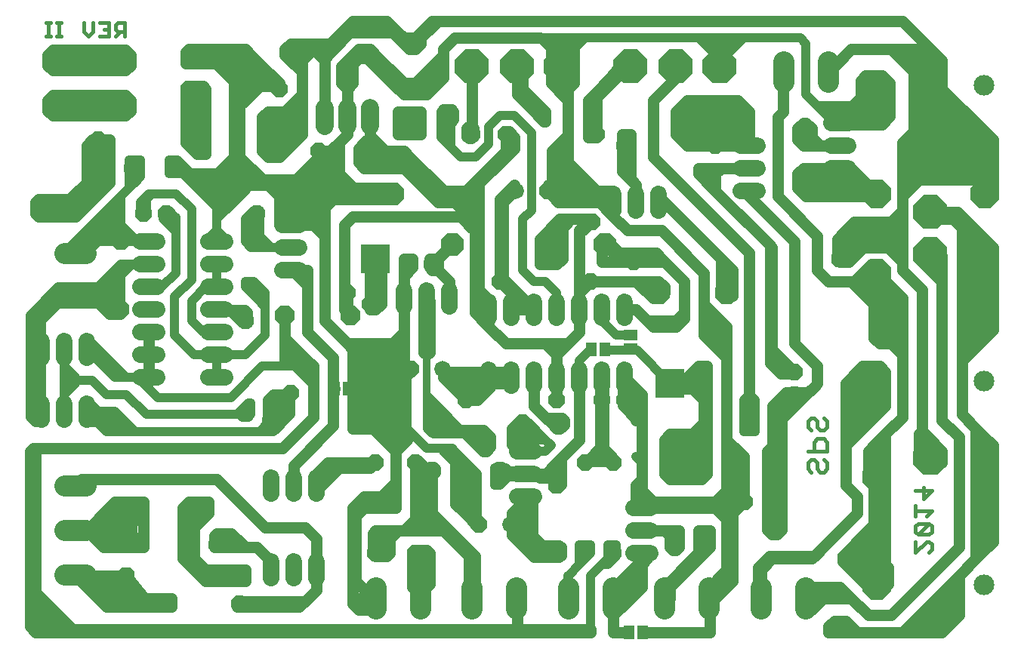
<source format=gbr>
G75*
G70*
%OFA0B0*%
%FSLAX24Y24*%
%IPPOS*%
%LPD*%
%AMOC8*
5,1,8,0,0,1.08239X$1,22.5*
%
%ADD10C,0.0180*%
%ADD11C,0.0150*%
%ADD12R,0.1000X0.1500*%
%ADD13R,0.2250X0.3500*%
%ADD14C,0.0920*%
%ADD15C,0.0720*%
%ADD16OC8,0.0720*%
%ADD17C,0.0720*%
%ADD18C,0.0872*%
%ADD19C,0.0833*%
%ADD20C,0.0840*%
%ADD21OC8,0.0760*%
%ADD22R,0.1280X0.1280*%
%ADD23OC8,0.1000*%
%ADD24C,0.0912*%
%ADD25C,0.0800*%
%ADD26R,0.0460X0.0630*%
%ADD27R,0.0630X0.0460*%
%ADD28C,0.1000*%
%ADD29C,0.0500*%
%ADD30C,0.0400*%
%ADD31C,0.0700*%
%ADD32OC8,0.0860*%
%ADD33C,0.0320*%
%ADD34OC8,0.1250*%
%ADD35OC8,0.1500*%
D10*
X041520Y019108D02*
X041657Y018971D01*
X041520Y019108D02*
X041520Y019381D01*
X041657Y019518D01*
X041794Y019518D01*
X041930Y019381D01*
X041930Y019108D01*
X042067Y018971D01*
X042204Y018971D01*
X042341Y019108D01*
X042341Y019381D01*
X042204Y019518D01*
X042341Y019892D02*
X041520Y019892D01*
X041794Y019892D02*
X041794Y020302D01*
X041930Y020439D01*
X042204Y020439D01*
X042341Y020302D01*
X042341Y019892D01*
X042204Y020813D02*
X042067Y020813D01*
X041930Y020949D01*
X041930Y021223D01*
X041794Y021360D01*
X041657Y021360D01*
X041520Y021223D01*
X041520Y020949D01*
X041657Y020813D01*
X042204Y020813D02*
X042341Y020949D01*
X042341Y021223D01*
X042204Y021360D01*
X011340Y038233D02*
X011340Y038814D01*
X011050Y038814D01*
X010953Y038717D01*
X010953Y038524D01*
X011050Y038427D01*
X011340Y038427D01*
X011147Y038427D02*
X010953Y038233D01*
X010640Y038233D02*
X010253Y038233D01*
X010447Y038524D02*
X010640Y038524D01*
X010640Y038814D02*
X010640Y038233D01*
X010640Y038814D02*
X010253Y038814D01*
X009940Y038814D02*
X009940Y038427D01*
X009747Y038233D01*
X009553Y038427D01*
X009553Y038814D01*
X008541Y038814D02*
X008347Y038814D01*
X008444Y038814D02*
X008444Y038233D01*
X008541Y038233D02*
X008347Y038233D01*
X008074Y038233D02*
X007881Y038233D01*
X007978Y038233D02*
X007978Y038814D01*
X008074Y038814D02*
X007881Y038814D01*
D11*
X046270Y018157D02*
X046981Y018157D01*
X046625Y017801D01*
X046625Y018275D01*
X046270Y017483D02*
X046270Y017010D01*
X046270Y017246D02*
X046981Y017246D01*
X046744Y017010D01*
X046862Y016691D02*
X046388Y016691D01*
X046270Y016573D01*
X046270Y016336D01*
X046388Y016218D01*
X046862Y016691D01*
X046981Y016573D01*
X046981Y016336D01*
X046862Y016218D01*
X046388Y016218D01*
X046270Y015900D02*
X046270Y015426D01*
X046744Y015900D01*
X046862Y015900D01*
X046981Y015781D01*
X046981Y015544D01*
X046862Y015426D01*
D12*
X011430Y016643D03*
D13*
X022555Y022893D03*
D14*
X022440Y013853D02*
X022440Y012933D01*
X024420Y012933D02*
X024420Y013853D01*
X026690Y013853D02*
X026690Y012933D01*
X028670Y012933D02*
X028670Y013853D01*
X030940Y013853D02*
X030940Y012933D01*
X032920Y012933D02*
X032920Y013853D01*
X035190Y013853D02*
X035190Y012933D01*
X037170Y012933D02*
X037170Y013853D01*
X039440Y013853D02*
X039440Y012933D01*
X041420Y012933D02*
X041420Y013853D01*
X009640Y014423D02*
X008720Y014423D01*
X008720Y016393D02*
X009640Y016393D01*
X009640Y018363D02*
X008720Y018363D01*
X008720Y026653D02*
X009640Y026653D01*
X009640Y028633D02*
X008720Y028633D01*
X008720Y035153D02*
X009640Y035153D01*
X009640Y037133D02*
X008720Y037133D01*
X040440Y037103D02*
X040440Y036183D01*
X042420Y036183D02*
X042420Y037103D01*
D15*
X028605Y031393D03*
X020230Y037393D03*
X014180Y035143D03*
X018680Y023843D03*
X025380Y023518D03*
X028380Y016643D03*
X040130Y017643D03*
D16*
X038730Y017643D03*
X036930Y015643D03*
X035680Y015643D03*
X032930Y015393D03*
X031680Y015393D03*
X026980Y016643D03*
X024180Y015393D03*
X022430Y015393D03*
X022430Y019393D03*
X023305Y020143D03*
X024180Y019393D03*
X024930Y021143D03*
X026430Y022143D03*
X023980Y023518D03*
X022180Y022393D03*
X018680Y022443D03*
X016680Y021643D03*
X016680Y025643D03*
X017180Y026893D03*
X021180Y026893D03*
X022180Y026393D03*
X023930Y028143D03*
X024930Y028143D03*
X026680Y029893D03*
X029805Y028268D03*
X027930Y027393D03*
X031930Y027393D03*
X033805Y028268D03*
X031993Y030018D03*
X031993Y031018D03*
X030005Y031393D03*
X028180Y033893D03*
X026680Y033893D03*
X025743Y034706D03*
X024180Y035893D03*
X021630Y037393D03*
X024180Y037893D03*
X018680Y037393D03*
X018180Y035893D03*
X016680Y037393D03*
X014180Y037143D03*
X014180Y035893D03*
X011180Y035143D03*
X010180Y033643D03*
X011680Y032393D03*
X013680Y032393D03*
X014180Y033643D03*
X013180Y030393D03*
X012180Y030393D03*
X008180Y030393D03*
X017180Y030393D03*
X019930Y033143D03*
X021930Y033143D03*
X029743Y034706D03*
X032180Y033893D03*
X033430Y033393D03*
X037430Y033393D03*
X037430Y034143D03*
X041430Y034143D03*
X040930Y023393D03*
X040930Y022393D03*
X036930Y022393D03*
X036930Y023393D03*
X033430Y022143D03*
X032430Y022143D03*
X030430Y022143D03*
X028930Y021143D03*
X027305Y020143D03*
X031680Y019393D03*
X032930Y019393D03*
X035680Y019643D03*
X036930Y019643D03*
X016430Y013143D03*
X015430Y015768D03*
X012430Y013143D03*
X011430Y015768D03*
X010930Y021393D03*
X010930Y023393D03*
X011180Y037143D03*
D17*
X018320Y029893D02*
X019040Y029893D01*
X019040Y028893D02*
X018320Y028893D01*
X018320Y027893D02*
X019040Y027893D01*
X015790Y028143D02*
X015070Y028143D01*
X015070Y027143D02*
X015790Y027143D01*
X015790Y026143D02*
X015070Y026143D01*
X015070Y025143D02*
X015790Y025143D01*
X015790Y024143D02*
X015070Y024143D01*
X015070Y023143D02*
X015790Y023143D01*
X012790Y023143D02*
X012070Y023143D01*
X012070Y024143D02*
X012790Y024143D01*
X012790Y025143D02*
X012070Y025143D01*
X012070Y026143D02*
X012790Y026143D01*
X012790Y027143D02*
X012070Y027143D01*
X012070Y028143D02*
X012790Y028143D01*
X012790Y029143D02*
X012070Y029143D01*
X015070Y029143D02*
X015790Y029143D01*
X009680Y024753D02*
X009680Y024033D01*
X008680Y024033D02*
X008680Y024753D01*
X007680Y024753D02*
X007680Y024033D01*
X007680Y022003D02*
X007680Y021283D01*
X008680Y021283D02*
X008680Y022003D01*
X009680Y022003D02*
X009680Y021283D01*
X017805Y018738D02*
X017805Y018018D01*
X018805Y018018D02*
X018805Y018738D01*
X019805Y018738D02*
X019805Y018018D01*
X019805Y015018D02*
X019805Y014298D01*
X018805Y014298D02*
X018805Y015018D01*
X017805Y015018D02*
X017805Y014298D01*
X028695Y017893D02*
X029415Y017893D01*
X029415Y018893D02*
X028695Y018893D01*
X028695Y019893D02*
X029415Y019893D01*
X029430Y022783D02*
X029430Y023503D01*
X030430Y023503D02*
X030430Y022783D01*
X031430Y022783D02*
X031430Y023503D01*
X032430Y023503D02*
X032430Y022783D01*
X033430Y022783D02*
X033430Y023503D01*
X033430Y025783D02*
X033430Y026503D01*
X032430Y026503D02*
X032430Y025783D01*
X031430Y025783D02*
X031430Y026503D01*
X030430Y026503D02*
X030430Y025783D01*
X029430Y025783D02*
X029430Y026503D01*
X028430Y026503D02*
X028430Y025783D01*
X027430Y025783D02*
X027430Y026503D01*
X025680Y026283D02*
X025680Y027003D01*
X024680Y027003D02*
X024680Y026283D01*
X023680Y026283D02*
X023680Y027003D01*
X027430Y023503D02*
X027430Y022783D01*
X028430Y022783D02*
X028430Y023503D01*
X033820Y017393D02*
X034540Y017393D01*
X034540Y016393D02*
X033820Y016393D01*
X033820Y015393D02*
X034540Y015393D01*
X034930Y030533D02*
X034930Y031253D01*
X033930Y031253D02*
X033930Y030533D01*
X032930Y030533D02*
X032930Y031253D01*
X038570Y031393D02*
X039290Y031393D01*
X039290Y032393D02*
X038570Y032393D01*
X038570Y033393D02*
X039290Y033393D01*
X042570Y033393D02*
X043290Y033393D01*
X043290Y032393D02*
X042570Y032393D01*
X042570Y034393D02*
X043290Y034393D01*
D18*
X037649Y036893D03*
X035680Y036893D03*
X033711Y036893D03*
X030649Y036893D03*
X028680Y036893D03*
X026711Y036893D03*
D19*
X017680Y034393D03*
X017680Y033143D03*
X014680Y033143D03*
X014680Y034393D03*
X024930Y019018D03*
X027930Y019018D03*
D20*
X015055Y031393D03*
X010055Y031393D03*
D21*
X011180Y029143D03*
X011180Y026143D03*
X011930Y017518D03*
X014930Y017518D03*
X016430Y014393D03*
X011430Y014393D03*
X030430Y015393D03*
X030430Y018393D03*
X043180Y015143D03*
X043180Y012143D03*
X042930Y028393D03*
X042930Y031393D03*
D22*
X035430Y022893D03*
X022430Y028393D03*
D23*
X025805Y029018D03*
X023180Y031268D03*
X032555Y029018D03*
X034930Y026893D03*
X037930Y026893D03*
X021680Y021143D03*
X017930Y021143D03*
D24*
X044568Y022978D03*
X049292Y022978D03*
X046930Y019569D03*
X049292Y018781D03*
X044568Y018781D03*
X044568Y013978D03*
X049292Y013978D03*
X049292Y027781D03*
X046930Y028569D03*
X046930Y030468D03*
X049292Y031256D03*
X044568Y031256D03*
X044568Y027781D03*
X044568Y036059D03*
X049292Y036059D03*
D25*
X022180Y035043D02*
X022180Y034243D01*
X021180Y034243D02*
X021180Y035043D01*
X020180Y035043D02*
X020180Y034243D01*
D26*
X031943Y024393D03*
X032543Y024393D03*
X021230Y022643D03*
X020630Y022643D03*
X033630Y011893D03*
X034230Y011893D03*
D27*
X033680Y024406D03*
X033680Y025006D03*
D28*
X025180Y031268D03*
D29*
X007430Y012393D02*
X007430Y011893D01*
X007180Y012143D01*
X007180Y014143D01*
X007430Y014143D01*
X007430Y013643D01*
X009180Y011893D01*
X008680Y011893D01*
X007680Y012893D01*
X007680Y012393D01*
X007930Y012143D01*
X007805Y012018D02*
X028430Y012018D01*
X028305Y011893D01*
X009180Y011893D01*
X008680Y011893D02*
X007430Y011893D01*
X007805Y012018D02*
X007430Y012393D01*
X007430Y013643D01*
X007430Y014143D02*
X007430Y020018D01*
X007305Y020018D01*
X007180Y019893D01*
X007180Y014143D01*
X008960Y014393D02*
X009180Y014423D01*
X009180Y014393D02*
X010555Y013018D01*
X010680Y013018D01*
X012930Y013018D01*
X013430Y013018D01*
X013430Y013393D01*
X013180Y013393D01*
X013430Y013143D01*
X013180Y013393D02*
X012930Y013393D01*
X011680Y013393D01*
X011930Y013143D01*
X010930Y013143D01*
X009680Y014143D01*
X010430Y014143D01*
X011180Y013393D01*
X011180Y013643D01*
X010680Y014143D01*
X010930Y014143D01*
X011430Y014393D01*
X012430Y013143D01*
X012930Y013393D01*
X012930Y013018D02*
X012430Y013143D01*
X011930Y013143D01*
X011680Y013393D02*
X011180Y013893D01*
X011430Y014393D01*
X009180Y014393D01*
X008960Y014393D01*
X010430Y015643D02*
X012180Y015643D01*
X012055Y015643D02*
X012180Y015768D01*
X012180Y016143D01*
X011430Y015768D01*
X012055Y015643D01*
X012180Y016143D02*
X012180Y017643D01*
X010930Y017643D01*
X009680Y016393D01*
X010430Y015643D01*
X011430Y015768D01*
X011930Y017518D01*
X010930Y017143D02*
X010430Y016643D01*
X010430Y016393D01*
X010680Y016143D01*
X010680Y015893D02*
X010930Y015893D01*
X010930Y017143D01*
X010180Y016393D02*
X009680Y016393D01*
X009180Y016393D01*
X010180Y016393D02*
X010680Y015893D01*
X013930Y015143D02*
X014430Y014643D01*
X014680Y014643D01*
X016180Y014643D01*
X016680Y014643D01*
X016680Y014143D01*
X014930Y014143D01*
X014180Y014893D01*
X014180Y017643D01*
X013930Y017393D01*
X013930Y015143D01*
X014430Y015143D02*
X015180Y014393D01*
X015430Y014393D01*
X014680Y014643D02*
X014430Y014893D01*
X014430Y015143D01*
X014430Y016518D01*
X015055Y017143D01*
X014430Y017143D01*
X014430Y016518D01*
X015055Y017143D02*
X015055Y017643D01*
X014430Y017643D01*
X014930Y017518D01*
X014430Y017643D02*
X014180Y017643D01*
X015430Y018643D02*
X009460Y018643D01*
X009180Y018363D01*
X007430Y020018D02*
X018305Y020018D01*
X019680Y021393D01*
X019680Y022893D01*
X019680Y023143D01*
X018930Y023893D01*
X018680Y023893D01*
X018430Y024143D01*
X018430Y024643D01*
X018430Y024893D01*
X018555Y024768D01*
X018430Y024643D01*
X018555Y024768D02*
X019430Y023893D01*
X018680Y024393D01*
X018680Y023893D01*
X019680Y022893D01*
X019680Y023143D02*
X019680Y023643D01*
X019430Y023893D01*
X018930Y023893D01*
X018680Y023843D02*
X018480Y023843D01*
X018430Y023893D01*
X018430Y024143D01*
X018430Y024893D02*
X018430Y025893D01*
X019430Y025143D02*
X020555Y024018D01*
X020555Y022643D01*
X020630Y022643D01*
X020555Y022643D02*
X020555Y021018D01*
X018805Y019268D01*
X018805Y018018D01*
X019805Y018018D02*
X019805Y018643D01*
X020305Y019143D01*
X020805Y019143D01*
X019805Y018143D01*
X019805Y018018D01*
X019805Y018643D02*
X019805Y018768D01*
X019805Y018893D01*
X020305Y019393D01*
X022430Y019393D01*
X022180Y019143D01*
X020805Y019143D01*
X020305Y019143D02*
X022430Y019393D01*
X023305Y019893D02*
X023805Y020393D01*
X023805Y020768D01*
X023680Y020893D01*
X022680Y020893D01*
X023305Y020268D01*
X023305Y020581D01*
X022743Y021143D01*
X023555Y021956D01*
X023555Y023018D01*
X023680Y023143D01*
X023680Y021893D01*
X023180Y021893D01*
X022680Y021393D01*
X022430Y021393D01*
X022430Y022643D01*
X022680Y022893D01*
X023180Y022893D01*
X023180Y022393D01*
X022680Y021893D01*
X022680Y022393D01*
X022930Y022643D01*
X023180Y023143D02*
X022430Y023143D01*
X022180Y022893D01*
X022180Y022393D01*
X022180Y021393D01*
X021430Y021393D01*
X021430Y021268D01*
X021618Y021331D01*
X021430Y021393D01*
X021430Y022518D01*
X021430Y024393D01*
X021180Y024643D01*
X023180Y024643D01*
X023680Y025143D01*
X023680Y023643D01*
X023180Y023143D01*
X023680Y023143D02*
X023680Y023643D01*
X023980Y023518D02*
X023930Y023343D01*
X023680Y023143D01*
X024680Y024143D02*
X024805Y024268D01*
X024805Y026518D01*
X024555Y026518D01*
X024555Y024268D01*
X024680Y024143D01*
X024680Y026643D01*
X025680Y026643D02*
X025680Y027393D01*
X025180Y027893D01*
X024930Y028143D01*
X025805Y029018D01*
X026930Y029518D02*
X026180Y030268D01*
X021430Y030268D01*
X021055Y029893D01*
X021055Y026143D01*
X021118Y026081D01*
X021180Y026143D01*
X021180Y026893D01*
X022180Y026393D02*
X022430Y026643D01*
X022430Y028393D01*
X022680Y028393D02*
X022180Y028393D01*
X022180Y026143D01*
X022430Y026143D01*
X022680Y026393D01*
X022680Y028393D01*
X023680Y028393D02*
X024055Y028393D01*
X024055Y028018D01*
X023930Y027893D01*
X023930Y028143D01*
X023930Y027893D02*
X023805Y027768D01*
X023680Y028393D02*
X023680Y026643D01*
X023680Y025143D01*
X025380Y023518D02*
X025430Y023393D01*
X025430Y023143D01*
X026430Y022143D01*
X026930Y022143D01*
X027430Y022643D01*
X027430Y023393D01*
X028430Y023393D01*
X028430Y022893D01*
X026680Y022893D01*
X026180Y022893D01*
X026430Y023143D02*
X026680Y022893D01*
X026930Y022893D02*
X026930Y022643D01*
X027430Y023143D01*
X028430Y023143D01*
X027430Y023393D02*
X027180Y023393D01*
X027180Y023143D01*
X026430Y022393D01*
X026180Y022393D01*
X025680Y022893D01*
X025930Y023143D01*
X026430Y023143D01*
X026430Y023393D02*
X025430Y023393D01*
X026430Y023393D02*
X027180Y023393D01*
X026930Y022893D02*
X026430Y023393D01*
X026930Y022643D02*
X026430Y022143D01*
X025180Y021643D02*
X025180Y021393D01*
X025430Y021143D01*
X025618Y021331D01*
X026118Y020831D01*
X027180Y020831D01*
X027493Y020518D01*
X027493Y020081D01*
X027305Y019893D01*
X027305Y020143D01*
X026930Y020518D01*
X026618Y020518D01*
X026368Y020768D01*
X025055Y020768D01*
X024993Y020706D01*
X026555Y020706D01*
X026305Y020768D02*
X025305Y020768D01*
X025180Y020893D01*
X026305Y020768D02*
X027180Y019893D01*
X027305Y019893D01*
X026430Y019143D02*
X026430Y018143D01*
X026680Y017643D02*
X026680Y018893D01*
X026430Y019143D01*
X024930Y019143D02*
X024430Y019143D01*
X024430Y017143D01*
X024305Y017143D02*
X024305Y017518D01*
X024930Y017143D01*
X024930Y016643D01*
X025055Y016643D02*
X024305Y017143D01*
X024180Y016893D02*
X024680Y016393D01*
X025430Y016393D01*
X026555Y015268D01*
X026555Y013268D01*
X026680Y013268D01*
X026805Y013393D01*
X026805Y015268D01*
X026680Y015393D01*
X024930Y017143D01*
X024930Y019018D01*
X024555Y019018D01*
X024430Y019143D02*
X024180Y019143D01*
X024180Y019393D01*
X024180Y019143D02*
X024180Y018393D01*
X024805Y019018D01*
X024930Y019018D01*
X024180Y018393D02*
X024180Y016893D01*
X023680Y016393D01*
X023430Y016393D01*
X023305Y016393D01*
X022805Y015893D01*
X022555Y016018D02*
X022555Y015393D01*
X022430Y015393D02*
X022430Y015268D01*
X022930Y015268D01*
X023055Y015393D01*
X023055Y016018D01*
X023430Y016393D01*
X023305Y016393D02*
X022930Y016393D01*
X022555Y016018D01*
X022430Y015893D01*
X022430Y016393D01*
X022305Y016268D01*
X022305Y015518D01*
X022430Y015393D01*
X022430Y015893D01*
X022430Y016393D02*
X022930Y016393D01*
X023680Y016393D02*
X024180Y016393D01*
X024680Y016393D01*
X024180Y016393D02*
X024180Y016893D01*
X024930Y017143D02*
X025430Y016393D01*
X024680Y015518D02*
X024180Y015518D01*
X024180Y015393D01*
X024305Y015268D01*
X024305Y013393D01*
X024420Y013393D02*
X024170Y015383D01*
X024180Y015393D01*
X024055Y015268D01*
X024055Y013893D01*
X024180Y013768D01*
X024180Y013393D01*
X024555Y013768D02*
X024805Y014018D01*
X024805Y015393D01*
X024680Y015518D01*
X026555Y015268D02*
X026680Y015143D01*
X026680Y015393D01*
X026680Y015143D02*
X026680Y013393D01*
X026690Y013393D01*
X028670Y013393D02*
X028680Y013393D01*
X028680Y011893D01*
X031680Y011893D01*
X031930Y011893D01*
X031930Y012018D01*
X028430Y012018D01*
X028305Y011893D02*
X028680Y011893D01*
X032930Y011893D02*
X032930Y012643D01*
X032930Y013893D01*
X032930Y013393D02*
X032920Y013393D01*
X032930Y013393D02*
X033680Y013393D01*
X032930Y012643D01*
X032930Y011893D02*
X033430Y011893D01*
X034430Y011893D02*
X037180Y011893D01*
X037180Y013893D01*
X037930Y014643D01*
X037930Y016893D01*
X038680Y017643D01*
X038680Y019643D01*
X037930Y020393D01*
X037930Y019893D01*
X038430Y019393D01*
X038430Y017893D01*
X038430Y017643D02*
X038180Y017643D01*
X038180Y014143D01*
X037930Y013893D01*
X037180Y013143D01*
X037170Y013393D02*
X037920Y014153D01*
X037930Y014393D01*
X037930Y013893D01*
X037930Y014393D02*
X037930Y014643D01*
X036930Y015393D02*
X036930Y015643D01*
X035180Y013893D01*
X035190Y013903D02*
X036930Y015393D01*
X036930Y015643D02*
X037180Y015643D01*
X037180Y016393D01*
X036930Y016393D01*
X036680Y016393D01*
X036680Y015143D01*
X035430Y013893D01*
X035430Y013393D01*
X035180Y013393D01*
X035190Y013393D02*
X035190Y013903D01*
X034180Y013893D02*
X034180Y014643D01*
X034180Y014893D01*
X034430Y015143D01*
X034430Y015393D01*
X034180Y015393D01*
X034180Y015143D01*
X034180Y014893D01*
X034180Y013893D02*
X033680Y013393D01*
X035555Y015518D02*
X035430Y015643D01*
X035430Y016143D01*
X035305Y016268D01*
X035555Y016268D01*
X035680Y016393D01*
X035805Y016393D01*
X035805Y015643D01*
X035680Y015518D01*
X035555Y015518D01*
X035680Y015518D02*
X035680Y015643D01*
X035680Y015893D01*
X035430Y016143D01*
X035305Y016268D02*
X035180Y016393D01*
X034180Y016393D01*
X035180Y016393D02*
X035680Y016393D01*
X035680Y015643D01*
X036680Y015143D02*
X037180Y015643D01*
X036930Y015643D02*
X036930Y016393D01*
X037430Y017393D02*
X037930Y016893D01*
X037930Y017393D01*
X037930Y017643D01*
X038180Y017643D01*
X037930Y017643D02*
X037930Y018143D01*
X038430Y017643D01*
X038680Y017643D01*
X038730Y017643D01*
X037930Y017393D02*
X037430Y017393D01*
X034180Y017393D01*
X033930Y017393D01*
X033930Y018393D01*
X034180Y018643D01*
X034180Y018143D01*
X034680Y017643D01*
X037430Y017643D01*
X037930Y018143D01*
X037930Y019893D01*
X037930Y020393D02*
X037930Y024018D01*
X037555Y024393D01*
X037680Y024643D01*
X037680Y025143D01*
X037180Y025643D01*
X037180Y025768D01*
X037180Y025643D02*
X037180Y025143D01*
X037805Y024518D01*
X037930Y024518D01*
X037930Y025393D01*
X036930Y026393D01*
X036930Y025018D01*
X037555Y024393D01*
X037805Y024518D01*
X037930Y024518D02*
X037930Y024018D01*
X037055Y023643D02*
X037055Y023518D01*
X036930Y023643D01*
X037055Y023643D01*
X037055Y023518D02*
X037055Y023143D01*
X037055Y018893D01*
X036805Y018643D01*
X036680Y018643D01*
X035680Y018643D01*
X035430Y018643D01*
X035180Y018893D01*
X035180Y020393D01*
X035430Y020643D01*
X036430Y020643D01*
X036930Y021143D01*
X036930Y020643D01*
X036430Y020143D01*
X035680Y020143D01*
X035430Y020393D01*
X035430Y019893D01*
X036680Y019893D01*
X036680Y019143D01*
X035930Y019143D01*
X035680Y019643D02*
X035680Y018643D01*
X036680Y018643D02*
X036930Y018893D01*
X036930Y019643D01*
X035680Y019643D01*
X036930Y019643D02*
X036930Y020643D01*
X036930Y021143D02*
X036930Y022143D01*
X036180Y022893D01*
X035930Y022893D01*
X036180Y023143D01*
X036680Y023143D01*
X036930Y022893D02*
X036180Y022893D01*
X035930Y022893D02*
X035430Y022893D01*
X035430Y022643D02*
X036680Y022643D01*
X036930Y022393D02*
X036930Y022143D01*
X036930Y022393D02*
X036930Y022893D01*
X036930Y023393D01*
X036930Y023643D02*
X036680Y023643D01*
X036180Y023143D01*
X034180Y022393D02*
X033430Y023143D01*
X033430Y022643D01*
X033930Y022143D01*
X033930Y021268D01*
X034180Y021893D02*
X033930Y022143D01*
X034180Y021893D02*
X034180Y022393D01*
X034180Y021893D02*
X034180Y019393D01*
X034180Y018643D01*
X034180Y018143D02*
X034180Y017393D01*
X031430Y020393D02*
X030680Y019643D01*
X029805Y018768D01*
X030555Y019018D01*
X030430Y019018D02*
X030430Y018893D01*
X030430Y018643D01*
X030430Y018393D01*
X030430Y018893D02*
X030055Y018893D01*
X029805Y018768D01*
X030055Y018893D02*
X029180Y018893D01*
X029055Y018893D01*
X029055Y017893D02*
X029180Y016693D01*
X028380Y016643D01*
X029180Y016593D01*
X029180Y015893D01*
X029680Y015393D01*
X030430Y015393D01*
X023305Y017393D02*
X023305Y019893D01*
X022305Y020893D01*
X022680Y020893D01*
X022743Y021143D02*
X022180Y021143D01*
X021430Y020893D01*
X022305Y020893D01*
X022180Y021143D02*
X022180Y021393D01*
X021680Y021143D02*
X021430Y021268D01*
X021430Y020893D01*
X022743Y021143D02*
X023555Y021143D01*
X023555Y021956D01*
X023555Y021143D02*
X023305Y020581D01*
X023305Y020268D02*
X023305Y020143D01*
X023430Y020143D01*
X023305Y020143D02*
X023305Y019893D01*
X023180Y018393D02*
X023180Y017893D01*
X022930Y017643D01*
X022180Y017643D01*
X021555Y017018D01*
X021555Y014143D01*
X022055Y013643D01*
X022180Y013393D02*
X022180Y012893D01*
X021680Y012893D01*
X021430Y013143D01*
X021430Y013393D01*
X021430Y016893D01*
X021555Y017018D01*
X021430Y016893D02*
X021430Y017393D01*
X021930Y017893D01*
X022680Y017893D01*
X023180Y018393D01*
X023305Y017393D02*
X021430Y017393D01*
X019930Y018893D02*
X019805Y018768D01*
X019930Y018893D02*
X020305Y019143D01*
X017680Y020893D02*
X017680Y021143D01*
X017680Y022143D01*
X017930Y022393D01*
X018180Y022393D01*
X018630Y022393D01*
X018680Y022443D01*
X018680Y022393D02*
X018305Y022018D01*
X018305Y021518D01*
X018180Y021393D01*
X017930Y021143D02*
X017930Y022143D01*
X018180Y022393D01*
X021180Y024643D02*
X020180Y025643D01*
X020180Y029393D01*
X020180Y031518D01*
X019680Y031643D01*
X018930Y031643D01*
X018805Y031393D01*
X020055Y030143D01*
X019930Y030893D01*
X019430Y031393D01*
X019180Y031643D02*
X018680Y031893D01*
X018930Y031893D01*
X019930Y032893D01*
X019930Y032393D01*
X020430Y032893D01*
X020430Y032643D01*
X020180Y032393D01*
X019930Y032393D02*
X019930Y032143D01*
X019680Y032143D01*
X019680Y031893D02*
X019930Y032143D01*
X019930Y031893D01*
X019680Y031893D01*
X019180Y031893D01*
X018930Y031893D01*
X019180Y031893D02*
X019180Y031643D01*
X018430Y031643D01*
X018555Y031518D01*
X020180Y031518D01*
X023055Y031518D01*
X023180Y031393D01*
X023180Y031268D01*
X023180Y031143D02*
X023180Y031018D01*
X023055Y031018D01*
X022805Y031268D01*
X020055Y031268D01*
X020305Y031018D01*
X023055Y031018D01*
X023680Y032393D02*
X021930Y032393D01*
X021680Y032643D01*
X021680Y033143D01*
X021680Y033268D01*
X021930Y033518D01*
X021930Y033393D01*
X021680Y033143D01*
X021930Y033143D02*
X021930Y033393D01*
X021930Y033518D02*
X022180Y033768D01*
X022180Y033393D01*
X022430Y033143D01*
X023680Y033143D01*
X023930Y032893D01*
X023680Y032893D01*
X022180Y032893D01*
X021930Y032643D01*
X023930Y032643D01*
X025180Y031393D01*
X026680Y031393D01*
X026930Y031643D02*
X026680Y030893D01*
X026180Y030393D01*
X026305Y030768D01*
X026680Y029893D01*
X026680Y030268D01*
X026805Y030143D01*
X026805Y026643D01*
X026805Y026018D01*
X027430Y025393D01*
X027430Y026143D01*
X027305Y026143D01*
X026805Y026643D01*
X026930Y026643D02*
X026930Y029518D01*
X026930Y030143D01*
X026680Y029893D01*
X026430Y030393D01*
X025930Y030893D01*
X025680Y031143D01*
X026180Y031143D01*
X027430Y032393D01*
X028180Y033143D01*
X028180Y032893D01*
X027680Y032393D01*
X027430Y032143D01*
X026930Y031643D01*
X027430Y032143D02*
X027430Y032393D01*
X028180Y032893D02*
X028555Y033268D01*
X028555Y033768D01*
X028305Y034018D01*
X028180Y034018D01*
X028180Y033893D02*
X028180Y033143D01*
X026680Y033893D02*
X026680Y034268D01*
X026680Y034393D01*
X026680Y036862D01*
X026680Y036893D01*
X026930Y036893D01*
X026680Y037143D01*
X026680Y036893D01*
X026680Y036862D02*
X026711Y036893D01*
X025430Y036393D02*
X025430Y037393D01*
X025430Y037643D01*
X025930Y038143D01*
X029680Y038143D01*
X030180Y037893D02*
X031180Y037893D01*
X031180Y036643D01*
X031180Y036143D01*
X030930Y035893D01*
X030930Y035393D01*
X030930Y035143D01*
X030930Y033393D01*
X030680Y033143D01*
X030555Y033018D02*
X030930Y032643D01*
X030930Y033393D01*
X030930Y032643D02*
X032680Y030893D01*
X031430Y031643D01*
X030430Y032643D01*
X030430Y032393D02*
X030930Y031893D01*
X031430Y031643D02*
X030055Y031643D01*
X030005Y031393D01*
X030430Y031393D02*
X030430Y032393D01*
X030430Y031393D02*
X030930Y030893D01*
X031180Y030893D01*
X031680Y031393D02*
X032930Y031393D01*
X032930Y031143D01*
X032930Y030893D02*
X032930Y030268D01*
X032305Y030893D01*
X031993Y031018D02*
X031930Y030893D01*
X032680Y030893D02*
X032930Y030893D01*
X032930Y030268D02*
X033555Y029643D01*
X035055Y029643D01*
X036930Y027768D01*
X036930Y026393D01*
X037680Y026768D02*
X037680Y028393D01*
X037930Y028143D01*
X038180Y027893D01*
X038180Y026768D01*
X037930Y026643D02*
X037805Y026643D01*
X037680Y026768D01*
X037930Y026893D02*
X037930Y026643D01*
X037930Y026893D02*
X037930Y028143D01*
X037680Y028393D02*
X035305Y030768D01*
X034930Y030768D01*
X034930Y030643D02*
X034930Y030893D01*
X034930Y031143D01*
X035055Y031018D01*
X034930Y031268D01*
X034930Y031143D01*
X035055Y031018D02*
X035305Y030768D01*
X033930Y030893D02*
X033930Y031643D01*
X033680Y031893D01*
X033305Y032268D01*
X033555Y032268D01*
X033305Y032518D01*
X033305Y032893D01*
X033305Y033143D01*
X033305Y033643D01*
X033430Y033768D01*
X033430Y033518D01*
X033305Y032893D01*
X033305Y033143D02*
X033430Y032268D01*
X033930Y031643D01*
X033680Y031893D02*
X033680Y033893D01*
X033305Y033893D01*
X033305Y033768D01*
X033305Y033643D01*
X033305Y033768D02*
X033680Y033893D01*
X033430Y033393D02*
X033430Y032268D01*
X033305Y032268D02*
X033305Y032518D01*
X034680Y032893D02*
X038930Y028643D01*
X038930Y022393D01*
X038930Y021143D01*
X040180Y021143D02*
X041430Y022393D01*
X040930Y022393D01*
X040430Y021893D01*
X040130Y021593D01*
X040130Y017643D01*
X042180Y015643D02*
X041805Y015268D01*
X039805Y015268D01*
X039305Y014768D01*
X039305Y013893D01*
X039430Y013768D01*
X039430Y013393D01*
X039440Y013393D02*
X039440Y014653D01*
X039930Y015143D01*
X041680Y015143D01*
X043680Y017143D01*
X043680Y017893D01*
X043180Y018393D01*
X043180Y020143D01*
X043180Y020643D01*
X044680Y022143D01*
X044680Y023393D01*
X044180Y023393D01*
X043430Y022643D01*
X043430Y022143D01*
X044180Y022893D01*
X044180Y022643D01*
X044430Y022393D01*
X043430Y021393D01*
X043180Y021590D02*
X043180Y020643D01*
X044180Y019893D02*
X044568Y020281D01*
X044568Y018781D01*
X044568Y015143D01*
X043180Y015143D01*
X043055Y015143D01*
X043055Y015018D01*
X044305Y013768D01*
X044305Y014893D01*
X044430Y015018D01*
X043555Y015018D01*
X044180Y014393D01*
X044180Y014143D01*
X044680Y013643D01*
X045055Y014018D01*
X045055Y014768D01*
X044555Y015268D01*
X044555Y015018D01*
X044930Y014643D01*
X044930Y020643D01*
X044568Y020281D01*
X044930Y020643D02*
X045680Y021393D01*
X045680Y024143D01*
X045180Y024643D01*
X044680Y024643D01*
X044430Y024893D01*
X044430Y025393D01*
X045180Y024643D01*
X045680Y024643D02*
X045680Y024143D01*
X045680Y024643D02*
X044430Y025893D01*
X044430Y026393D01*
X044680Y026393D01*
X044430Y026393D02*
X045680Y025143D01*
X045680Y024643D01*
X045680Y025143D02*
X045680Y025768D01*
X044305Y027143D01*
X043805Y027143D01*
X043680Y027268D01*
X044055Y027268D01*
X044305Y027518D01*
X044680Y027143D01*
X044930Y026893D02*
X045680Y026143D01*
X045680Y025768D01*
X045680Y026143D02*
X045680Y026643D01*
X044568Y027756D01*
X044568Y027781D01*
X044542Y027781D01*
X044680Y028143D02*
X044305Y028143D01*
X043555Y027393D01*
X043430Y027393D01*
X042430Y027393D01*
X041930Y027893D01*
X041930Y029393D01*
X040180Y031143D01*
X040180Y034643D01*
X040430Y034893D01*
X040430Y036633D01*
X040440Y036643D01*
X042420Y036643D02*
X042680Y036893D01*
X043430Y037643D01*
X045180Y037643D01*
X046180Y036643D01*
X046180Y034018D01*
X045680Y033518D01*
X045680Y031143D01*
X045680Y030518D01*
X045180Y030018D01*
X043555Y030018D01*
X043180Y029643D01*
X043430Y029393D01*
X044430Y029393D01*
X044680Y029643D01*
X044180Y029643D01*
X043680Y029143D01*
X043555Y029018D01*
X043680Y029018D01*
X043805Y028893D01*
X045555Y028893D01*
X045680Y029018D01*
X045680Y029393D01*
X045555Y029518D01*
X044680Y029518D01*
X044430Y029268D01*
X045305Y029268D01*
X045430Y029143D01*
X044805Y029143D01*
X045680Y028268D01*
X045680Y027893D01*
X046555Y027018D01*
X046555Y020768D01*
X046430Y020643D01*
X046430Y020393D01*
X046430Y019393D01*
X047430Y019393D01*
X047430Y019643D01*
X046680Y020393D01*
X046680Y020643D02*
X046430Y020393D01*
X046680Y020643D02*
X047430Y019893D01*
X047430Y019643D01*
X046930Y019569D02*
X046555Y019944D01*
X046555Y020768D01*
X047430Y021268D02*
X048180Y020518D01*
X048180Y015643D01*
X045180Y012643D01*
X044180Y012643D01*
X043430Y013393D01*
X042180Y013393D01*
X041680Y012893D01*
X041430Y012893D01*
X041430Y013893D01*
X042930Y013893D01*
X043430Y013393D01*
X044568Y013978D02*
X044568Y015143D01*
X044180Y015268D02*
X044555Y015643D01*
X043555Y015643D01*
X043055Y015143D01*
X043055Y015268D01*
X044430Y016643D01*
X044430Y016143D01*
X043555Y015268D01*
X044180Y015268D01*
X044430Y016643D02*
X044430Y018643D01*
X044180Y018893D01*
X044180Y019893D01*
X043180Y020143D02*
X044930Y021893D01*
X044930Y023393D01*
X044680Y023643D01*
X043930Y023643D01*
X043180Y022893D01*
X043180Y021590D01*
X044568Y022978D01*
X043430Y022143D02*
X043430Y021893D01*
X041930Y022893D02*
X041805Y022768D01*
X041430Y022393D01*
X041930Y022893D02*
X041930Y023643D01*
X040930Y024643D01*
X040930Y029143D01*
X038930Y031143D01*
X038930Y031393D01*
X038930Y032393D02*
X037680Y032393D01*
X037180Y032393D01*
X037180Y031893D01*
X037430Y032143D01*
X037680Y032393D01*
X037430Y032143D02*
X037430Y031393D01*
X036680Y032143D01*
X036680Y032393D01*
X036930Y032393D01*
X037180Y032393D01*
X036930Y032393D02*
X036680Y032143D01*
X037430Y031393D02*
X039805Y029018D01*
X039930Y028893D01*
X039930Y024393D01*
X040930Y023393D01*
X044430Y025393D02*
X044430Y025893D01*
X044430Y026393D02*
X043430Y027393D01*
X043305Y028268D02*
X043055Y028268D01*
X042930Y028268D01*
X042805Y028393D01*
X042805Y029268D01*
X043180Y029643D01*
X043680Y029643D01*
X043680Y029143D01*
X043555Y029018D02*
X043180Y028643D01*
X043180Y028393D01*
X043055Y028268D01*
X042930Y028268D02*
X042930Y028393D01*
X042930Y028893D01*
X043680Y029643D01*
X044180Y029643D01*
X044430Y029393D02*
X043305Y028268D01*
X044680Y028143D02*
X044930Y027893D01*
X044930Y026893D01*
X045680Y028268D02*
X045680Y029018D01*
X045680Y029393D02*
X045680Y029643D01*
X044680Y029643D01*
X044680Y029143D02*
X044805Y029143D01*
X045680Y029643D02*
X045680Y030518D01*
X045680Y031143D02*
X046180Y031643D01*
X046930Y032393D01*
X048180Y032393D01*
X048430Y032143D01*
X048180Y032643D02*
X047430Y032643D01*
X047180Y032643D01*
X046930Y032393D01*
X047430Y032643D02*
X047430Y035393D01*
X049430Y033393D01*
X049430Y032893D01*
X047680Y034643D01*
X047680Y034143D01*
X049180Y032643D01*
X049180Y032143D01*
X047680Y033643D01*
X047680Y033143D01*
X047930Y032893D01*
X048430Y032893D01*
X049430Y031893D01*
X046180Y031893D01*
X045930Y031643D01*
X046180Y031643D01*
X045930Y031643D02*
X045930Y032143D01*
X046930Y033143D01*
X046930Y036393D01*
X046430Y036393D01*
X046430Y033643D01*
X045930Y033143D01*
X045930Y032643D01*
X046430Y033143D01*
X046430Y033643D01*
X047180Y032893D02*
X046180Y031893D01*
X047180Y032893D02*
X047180Y036393D01*
X046680Y036893D01*
X046180Y037393D01*
X045930Y037393D02*
X046680Y036643D01*
X046680Y036893D01*
X047430Y036643D02*
X047430Y037143D01*
X046930Y037643D01*
X045680Y038893D01*
X025180Y038893D01*
X024930Y038893D01*
X023930Y037893D01*
X023930Y037643D01*
X024180Y037643D01*
X024430Y037893D01*
X024430Y038143D01*
X025180Y038893D01*
X024930Y038893D02*
X024430Y038143D01*
X024180Y037893D01*
X023930Y037893D01*
X023680Y037893D01*
X023180Y038393D01*
X021180Y038393D01*
X020180Y037393D01*
X020230Y037393D01*
X020180Y037393D02*
X019680Y037643D01*
X020180Y037143D01*
X020180Y037268D01*
X021430Y038518D01*
X021180Y038393D02*
X020930Y038393D01*
X021430Y038893D01*
X022430Y038893D01*
X022930Y038893D01*
X023430Y038393D01*
X023180Y038393D01*
X023430Y038393D02*
X023680Y038143D01*
X024180Y037893D01*
X023930Y037643D01*
X023680Y037893D01*
X023680Y038143D01*
X024430Y038143D01*
X025430Y037393D02*
X024180Y036143D01*
X023680Y036143D01*
X022555Y037268D01*
X021430Y037268D01*
X021430Y037143D01*
X021380Y037143D01*
X021630Y037393D01*
X021430Y037393D01*
X021180Y037143D01*
X020930Y036893D01*
X020930Y036143D01*
X021180Y035893D01*
X021180Y036768D01*
X021805Y037393D01*
X021930Y037393D01*
X023680Y035643D01*
X024180Y035643D01*
X024430Y035643D01*
X024680Y035643D01*
X025430Y036393D01*
X024930Y036393D02*
X024930Y036143D01*
X024430Y035643D01*
X024180Y035643D02*
X024180Y035893D01*
X023680Y035893D01*
X023680Y035643D01*
X022180Y037393D01*
X021930Y037393D01*
X021805Y037393D02*
X021630Y037393D01*
X021430Y037393D02*
X021680Y037643D01*
X022180Y037643D01*
X022555Y037268D01*
X022680Y036643D01*
X023430Y035893D01*
X023680Y035893D01*
X024180Y035893D02*
X024430Y035893D01*
X024930Y036393D01*
X025430Y037393D01*
X022430Y038643D02*
X022180Y038643D01*
X022430Y038893D01*
X020930Y038393D02*
X020430Y037893D01*
X018680Y037893D01*
X018430Y037643D01*
X018430Y037393D01*
X019180Y036643D01*
X019180Y035643D01*
X019180Y035393D01*
X018180Y034393D01*
X018180Y033893D01*
X018430Y033643D01*
X018430Y034143D01*
X018930Y034643D01*
X018930Y034143D01*
X018680Y033893D01*
X018180Y033893D02*
X018180Y033143D01*
X017930Y032893D01*
X018180Y032893D01*
X019180Y033893D01*
X019180Y035393D01*
X019180Y035643D02*
X018430Y034893D01*
X017680Y034893D01*
X017930Y034643D01*
X018180Y034643D01*
X018180Y034393D01*
X017930Y034643D02*
X017930Y032893D01*
X017680Y032893D01*
X017430Y033143D01*
X017430Y034643D01*
X017680Y034893D01*
X017680Y034393D01*
X017680Y033143D01*
X017930Y032893D01*
X017930Y031643D02*
X019180Y030393D01*
X019680Y029893D01*
X019430Y029893D01*
X018430Y030893D01*
X018180Y031143D02*
X017680Y031643D01*
X016430Y032893D01*
X016430Y032393D01*
X016930Y031893D01*
X018680Y031893D01*
X018430Y031643D01*
X017930Y031643D01*
X017680Y031643D01*
X016930Y031643D01*
X016805Y031643D01*
X015180Y031643D01*
X015055Y031393D01*
X014180Y032143D01*
X014930Y032143D01*
X016180Y032143D01*
X016180Y032893D01*
X015180Y031893D01*
X015055Y031393D01*
X014930Y032143D01*
X015180Y031893D02*
X016180Y031893D01*
X016930Y031893D01*
X016430Y032143D02*
X016430Y032393D01*
X016430Y032143D02*
X016180Y032143D01*
X016430Y035143D01*
X016430Y032893D01*
X016180Y032893D02*
X016180Y035143D01*
X017180Y036143D01*
X017430Y036143D01*
X017430Y036393D01*
X017180Y036643D01*
X017180Y036393D01*
X016430Y035643D01*
X016680Y035393D01*
X016430Y035143D01*
X016180Y035143D02*
X016180Y036143D01*
X016180Y036893D01*
X017430Y036893D01*
X016930Y037393D01*
X016680Y037643D01*
X014680Y037643D01*
X014180Y037643D01*
X014055Y037518D01*
X014055Y037018D01*
X015555Y037018D01*
X015680Y037143D01*
X015930Y037143D01*
X016180Y036893D02*
X015180Y037143D01*
X014180Y037143D01*
X014680Y037643D01*
X014680Y037393D02*
X014180Y037143D01*
X014680Y037393D02*
X016680Y037393D01*
X016930Y037393D01*
X017430Y036893D02*
X018180Y036143D01*
X018180Y035893D01*
X018055Y036018D02*
X017430Y036393D01*
X017430Y036893D01*
X016930Y036643D02*
X016680Y036643D01*
X016430Y036393D01*
X016430Y036143D01*
X016930Y036643D01*
X016430Y036143D02*
X016430Y035643D01*
X016680Y035393D02*
X017305Y036018D01*
X018055Y036018D01*
X019180Y036643D02*
X019180Y036893D01*
X018680Y037393D01*
X019680Y037643D01*
X019180Y037143D01*
X018680Y037393D01*
X019180Y037143D02*
X019180Y036893D01*
X020180Y037143D02*
X020180Y034643D01*
X021180Y034643D02*
X021180Y033893D01*
X020805Y033518D01*
X020430Y033143D01*
X019930Y033143D01*
X019930Y032893D01*
X020430Y033143D02*
X020680Y032893D01*
X020680Y032143D01*
X020805Y032143D02*
X020680Y032893D01*
X020680Y032268D02*
X020805Y032143D01*
X020805Y033518D01*
X021930Y033143D02*
X022430Y033143D01*
X022180Y033768D02*
X022180Y033893D01*
X022180Y034643D01*
X021180Y034643D02*
X021180Y035893D01*
X021430Y036143D01*
X021430Y037143D01*
X021380Y037143D02*
X021180Y037143D01*
X021180Y036768D01*
X021430Y037268D02*
X021430Y037393D01*
X020430Y037893D02*
X020180Y037268D01*
X020180Y037393D01*
X023430Y034893D02*
X023430Y033893D01*
X023680Y033893D01*
X023680Y034893D01*
X023430Y034893D01*
X023680Y034893D02*
X023930Y034893D01*
X024180Y034643D01*
X024180Y034393D01*
X023930Y034143D01*
X023680Y033893D02*
X024430Y033893D01*
X024430Y034893D01*
X023930Y034893D01*
X023930Y032893D02*
X025680Y031143D01*
X026180Y030893D01*
X025930Y030893D01*
X025180Y030893D01*
X023680Y032393D01*
X025180Y031268D02*
X025805Y031268D01*
X026180Y030893D01*
X026180Y030393D01*
X027930Y030768D02*
X027930Y029393D01*
X028055Y030018D01*
X028055Y027518D01*
X028430Y027143D01*
X029430Y026143D01*
X028430Y026143D01*
X028430Y026643D01*
X028680Y026393D01*
X029430Y026393D01*
X028430Y026643D02*
X028430Y026893D01*
X028430Y027143D01*
X028430Y026893D02*
X027930Y027393D01*
X027930Y029393D01*
X028055Y030018D02*
X028055Y030893D01*
X028555Y031643D01*
X028555Y031393D01*
X028055Y030893D01*
X027930Y030768D01*
X027930Y031018D01*
X028555Y031643D01*
X028605Y031393D01*
X030555Y030143D02*
X029805Y029393D01*
X029680Y029268D01*
X029680Y028268D01*
X029805Y028143D01*
X030430Y028143D01*
X030680Y028393D01*
X030680Y029768D01*
X031055Y030143D01*
X030930Y030143D01*
X030055Y029268D01*
X030055Y028518D01*
X030180Y028393D01*
X030180Y029143D01*
X030305Y029268D01*
X029805Y029393D02*
X029805Y028268D01*
X029680Y028268D02*
X029680Y028143D01*
X031430Y026893D02*
X031430Y029518D01*
X031430Y029643D01*
X031930Y030143D01*
X031055Y030143D01*
X030930Y030143D02*
X030555Y030143D01*
X031430Y029518D02*
X031993Y030018D01*
X032430Y029018D02*
X032430Y028268D01*
X033305Y028268D01*
X035180Y028268D01*
X036055Y027393D01*
X036055Y026018D01*
X036055Y025768D01*
X035680Y025393D01*
X034680Y025393D01*
X034430Y025643D01*
X033930Y026143D01*
X033430Y026143D01*
X034680Y026643D02*
X033930Y027393D01*
X034430Y027393D01*
X034930Y027393D01*
X035180Y027143D01*
X035180Y026893D01*
X034930Y026643D01*
X034680Y026643D01*
X034930Y026893D02*
X034430Y027393D01*
X033930Y027393D02*
X031930Y027393D01*
X031430Y026893D01*
X031430Y026143D01*
X031430Y025143D01*
X030930Y024643D01*
X029930Y024643D01*
X030430Y024143D01*
X030930Y024643D01*
X030430Y024143D02*
X030430Y023143D01*
X030430Y022143D01*
X029930Y021393D02*
X029430Y021893D01*
X029430Y023143D01*
X029930Y024643D02*
X028180Y024643D01*
X027430Y025393D01*
X027430Y026143D02*
X026930Y026643D01*
X027430Y026393D02*
X027430Y026143D01*
X025180Y027893D02*
X025180Y028393D01*
X024805Y028393D01*
X024805Y028143D01*
X024930Y028143D01*
X024805Y028143D02*
X024805Y028018D01*
X024930Y027893D01*
X025180Y027893D01*
X021305Y025893D02*
X021118Y026081D01*
X019430Y025143D02*
X019430Y027143D01*
X019430Y027893D01*
X018680Y027893D01*
X020180Y029393D02*
X019680Y029893D01*
X019430Y029893D02*
X018180Y029893D01*
X018180Y030393D01*
X018180Y031143D01*
X018180Y030393D02*
X019180Y030393D01*
X018680Y029893D02*
X018180Y030393D01*
X019930Y030393D02*
X019930Y030143D01*
X019930Y030393D02*
X021180Y031643D01*
X020930Y031643D01*
X020680Y031893D01*
X020805Y032143D02*
X021305Y031643D01*
X021180Y031643D01*
X020805Y032143D02*
X020180Y031893D01*
X019930Y031893D01*
X014930Y033018D02*
X014555Y033018D01*
X014055Y033518D01*
X014055Y035893D01*
X014180Y036018D01*
X014805Y036018D01*
X014930Y035893D01*
X014930Y035643D01*
X014680Y035893D01*
X014430Y035893D01*
X014430Y033393D01*
X014680Y033143D01*
X014930Y033143D01*
X014930Y033018D01*
X014930Y033143D02*
X014930Y035268D01*
X014805Y035143D01*
X014680Y035143D02*
X014680Y034393D01*
X014680Y033893D01*
X014430Y033393D01*
X014180Y033643D01*
X014680Y033893D02*
X014680Y033143D01*
X014180Y032143D02*
X013680Y032393D01*
X010680Y032018D02*
X010680Y031768D01*
X009180Y030268D01*
X007555Y030268D01*
X007430Y030393D01*
X007430Y030643D01*
X008930Y030643D01*
X009180Y030643D02*
X010430Y031893D01*
X010430Y033643D01*
X010680Y033643D01*
X010680Y032018D01*
X010055Y031393D01*
X010055Y033643D01*
X010180Y033643D01*
X009930Y033643D01*
X009680Y033393D01*
X009680Y031768D01*
X008930Y031018D01*
X007555Y031018D01*
X007430Y030893D01*
X007430Y030643D01*
X010055Y031393D02*
X010680Y033643D01*
X010430Y033643D02*
X010180Y033643D01*
X011180Y035143D02*
X011180Y035153D01*
X014180Y035143D02*
X014680Y035143D01*
X014930Y035268D02*
X014930Y035643D01*
X014180Y035893D01*
X014430Y035893D01*
X014930Y035643D02*
X014680Y034393D01*
X014180Y035143D02*
X014930Y035643D01*
X011180Y037133D02*
X011180Y037143D01*
X015430Y026143D02*
X015680Y026143D01*
X015930Y026143D01*
X012430Y025143D02*
X012430Y024143D01*
X012430Y023143D01*
X015430Y018643D02*
X017555Y016518D01*
X019305Y016518D01*
X019805Y016018D01*
X019805Y015018D01*
X019805Y013768D01*
X019305Y013268D01*
X016305Y013268D01*
X016305Y013018D01*
X016430Y013018D01*
X019055Y013018D01*
X019180Y013143D01*
X019305Y013268D01*
X019180Y013143D02*
X016430Y013143D01*
X016430Y013018D01*
X016430Y014393D02*
X016180Y014643D01*
X017180Y015643D02*
X017805Y015018D01*
X017180Y015643D02*
X016680Y015643D01*
X016180Y015643D01*
X015930Y015893D01*
X015680Y015893D01*
X015555Y016018D01*
X015430Y015768D02*
X015305Y015643D01*
X015305Y016143D01*
X015430Y016268D01*
X016055Y016268D01*
X016680Y015643D01*
X016180Y015643D02*
X015305Y015643D01*
X010930Y013143D02*
X010680Y013018D01*
X021430Y013393D02*
X022180Y013393D01*
X022440Y013393D01*
X031430Y020393D02*
X031430Y023143D01*
X030555Y021143D02*
X030180Y021143D01*
X030430Y020893D01*
X030555Y020893D01*
X030680Y021018D01*
X030180Y021143D02*
X029930Y021393D01*
X034430Y025643D02*
X035680Y025643D01*
X036055Y026018D01*
X035180Y028268D02*
X035055Y028393D01*
X033805Y028268D01*
X033680Y028393D02*
X033180Y028393D01*
X032680Y028893D01*
X032555Y029018D02*
X032680Y029143D01*
X033180Y028643D01*
X033305Y028268D01*
X033180Y028643D02*
X034805Y028643D01*
X035055Y028393D01*
X041055Y031518D02*
X041430Y031143D01*
X044430Y031143D01*
X044555Y031268D01*
X043430Y032393D01*
X041930Y032393D01*
X041430Y031893D01*
X041430Y031393D01*
X042930Y031393D01*
X042930Y032393D01*
X041305Y032393D01*
X041055Y032143D01*
X041055Y031518D01*
X041680Y031643D02*
X041680Y031893D01*
X041930Y032143D01*
X043180Y032143D01*
X043430Y031893D01*
X043680Y031643D02*
X041680Y031643D01*
X042930Y031393D02*
X043930Y031393D01*
X043680Y031643D01*
X043930Y031393D02*
X044180Y031393D01*
X044456Y031143D01*
X044568Y031256D01*
X046930Y030468D02*
X048105Y030468D01*
X049180Y029393D01*
X049680Y028893D01*
X049680Y027643D01*
X049680Y027393D01*
X048430Y026143D01*
X048430Y025393D01*
X048680Y025143D01*
X048680Y025393D01*
X049430Y026143D01*
X049430Y026643D01*
X048680Y025893D01*
X048680Y025393D01*
X048305Y024518D02*
X049555Y025768D01*
X049555Y027518D01*
X049680Y027643D01*
X049680Y027393D02*
X049680Y025268D01*
X048305Y023893D01*
X048305Y024518D01*
X048305Y026518D01*
X048305Y029768D01*
X047930Y030143D01*
X048055Y030143D01*
X048805Y029393D01*
X048805Y027143D01*
X048680Y027018D01*
X048680Y028893D01*
X049180Y029393D01*
X049180Y027893D01*
X049292Y027781D01*
X049180Y027794D01*
X049180Y027393D01*
X048305Y026518D01*
X047430Y027393D02*
X047430Y028518D01*
X047305Y028643D01*
X047180Y028643D01*
X046930Y028569D02*
X046930Y027893D01*
X046680Y028143D01*
X046930Y027893D02*
X047430Y027393D01*
X047430Y021268D01*
X048305Y021518D02*
X048305Y023893D01*
X048305Y021518D02*
X048930Y020893D01*
X048930Y015143D01*
X049292Y015506D01*
X049680Y015893D01*
X049680Y020143D01*
X049292Y020531D01*
X048930Y020893D01*
X049292Y020531D02*
X049292Y018781D01*
X049292Y015506D01*
X048930Y015143D02*
X048180Y014393D01*
X046180Y012393D01*
X046430Y012143D01*
X046930Y012143D01*
X047930Y013143D01*
X047930Y013643D01*
X046680Y012393D01*
X046930Y012143D02*
X047180Y012143D01*
X047930Y012893D01*
X047930Y013143D01*
X048180Y012643D02*
X048180Y014393D01*
X048180Y012643D02*
X047430Y011893D01*
X045680Y011893D01*
X046180Y012393D01*
X045680Y011893D02*
X043680Y011893D01*
X043430Y012143D01*
X043180Y012393D01*
X042680Y012393D01*
X042430Y012143D01*
X042430Y011893D01*
X043430Y011893D01*
X043680Y011893D01*
X043430Y011893D02*
X043180Y012143D01*
X043430Y012143D01*
X042180Y013393D02*
X041420Y013393D01*
X044430Y018643D02*
X044430Y018768D01*
X047180Y030143D02*
X047930Y030143D01*
X049430Y031143D02*
X049680Y031393D01*
X049680Y033643D01*
X047430Y035893D01*
X047430Y035393D01*
X047430Y035893D02*
X047430Y036643D01*
X046430Y037643D01*
X046930Y037643D01*
X046430Y037643D02*
X045180Y037643D01*
X045680Y037393D02*
X045930Y037393D01*
X044680Y036143D02*
X044180Y036143D01*
X044180Y035143D01*
X044568Y035031D02*
X043930Y034393D01*
X042930Y034393D01*
X041680Y034143D02*
X041680Y033768D01*
X042055Y033393D01*
X042930Y033393D01*
X042055Y033393D02*
X041930Y033393D01*
X041305Y033393D01*
X041055Y033643D01*
X041055Y034143D01*
X041305Y034393D01*
X041430Y034393D01*
X041680Y034143D01*
X041430Y034143D02*
X041430Y033893D01*
X041680Y033643D01*
X041680Y033768D01*
X041680Y033643D02*
X041930Y033393D01*
X044568Y035031D02*
X044568Y036059D01*
X044680Y036143D02*
X044930Y035893D01*
X048180Y032643D02*
X049180Y031643D01*
X049180Y032143D01*
X049430Y031893D02*
X049430Y032893D01*
X049430Y031893D02*
X049430Y031643D01*
X049292Y031531D02*
X049180Y031643D01*
X049292Y031531D02*
X049292Y031256D01*
X038930Y033393D02*
X038930Y034893D01*
X038430Y035393D01*
X038180Y035393D01*
X038680Y034893D01*
X038680Y034643D01*
X038180Y035143D01*
X038180Y035393D02*
X037430Y035393D01*
X038680Y034143D01*
X037430Y034143D01*
X036180Y034143D01*
X035930Y034393D01*
X036680Y034393D01*
X037180Y033893D01*
X037430Y034143D02*
X037430Y033393D01*
X035680Y034143D01*
X036180Y033643D01*
X038430Y033643D01*
X038680Y033893D01*
X037430Y035143D01*
X036430Y035143D01*
X035930Y034643D01*
X037680Y034643D01*
X037930Y034393D01*
X036180Y034393D01*
X035680Y034143D02*
X035680Y033893D01*
X036180Y033393D01*
X038930Y033393D01*
X038930Y033893D01*
X038680Y034143D01*
X038680Y034393D02*
X038680Y034643D01*
X037430Y035393D02*
X036180Y035393D01*
X035680Y034893D01*
X035680Y034143D01*
X034680Y035393D02*
X034680Y032893D01*
X032180Y033768D02*
X031805Y033768D01*
X031805Y035143D01*
X033180Y036518D01*
X033680Y036518D01*
X033805Y036643D01*
X033805Y037018D01*
X033430Y037018D01*
X031805Y035393D01*
X031805Y035143D01*
X032180Y035643D02*
X033430Y037143D01*
X033711Y036893D01*
X034680Y035393D02*
X035680Y036393D01*
X035680Y036893D01*
X037180Y037893D02*
X038180Y037893D01*
X037680Y037393D01*
X037680Y037143D01*
X037680Y036893D01*
X037649Y036893D02*
X037649Y037893D01*
X037649Y037925D01*
X032180Y035643D02*
X032180Y033893D01*
X032180Y033768D01*
X030930Y035393D02*
X030180Y036143D01*
X030180Y036393D01*
X030430Y036643D01*
X030930Y036643D01*
X030930Y035893D01*
X030680Y035893D02*
X030680Y036393D01*
X030930Y036393D01*
X031180Y036643D01*
X030680Y036862D02*
X030680Y036393D01*
X030180Y036393D01*
X030180Y036893D01*
X030430Y037143D01*
X030180Y037143D01*
X030180Y037893D01*
X030680Y037643D02*
X030930Y037643D01*
X031180Y037893D01*
X030649Y036893D02*
X030680Y036862D01*
X028930Y036893D02*
X028930Y035893D01*
X029930Y034893D01*
X029930Y034456D01*
X029868Y034456D01*
X029618Y034706D01*
X028743Y035581D01*
X028680Y035643D01*
X028680Y036893D01*
X029618Y034706D02*
X029743Y034706D01*
D30*
X029305Y033956D02*
X028555Y034706D01*
X027930Y034706D01*
X027430Y034206D01*
X027430Y033456D01*
X026868Y032893D01*
X026180Y032893D01*
X025743Y033331D01*
X025305Y033768D01*
X025305Y034893D01*
X025430Y035018D01*
X025805Y035018D01*
X025930Y034893D01*
X025930Y034518D01*
X025805Y034393D01*
X025805Y034518D01*
X025555Y034768D01*
X025555Y033768D01*
X025743Y033331D02*
X025743Y034706D01*
X026430Y034143D02*
X026430Y033768D01*
X026555Y033643D01*
X026680Y033643D01*
X026805Y033768D01*
X026680Y034268D01*
X026805Y034143D01*
X026805Y033893D01*
X026680Y033893D01*
X026430Y034143D02*
X026680Y034393D01*
X028180Y034018D02*
X028180Y033893D01*
X028180Y033143D02*
X027680Y032393D01*
X027055Y031768D01*
X027055Y031268D01*
X026930Y031643D01*
X026305Y030768D01*
X026680Y030643D02*
X026930Y030393D01*
X026680Y030643D02*
X026680Y030893D01*
X027055Y031268D02*
X027055Y030018D01*
X026680Y029893D01*
X027055Y030018D02*
X027055Y027018D01*
X027430Y026643D01*
X027430Y026393D01*
X028930Y027893D02*
X028930Y030143D01*
X029305Y030518D01*
X029305Y033956D01*
X030180Y033143D02*
X030930Y033893D01*
X030930Y035143D01*
X030930Y035393D02*
X030930Y036393D01*
X030930Y036643D01*
X030680Y037143D02*
X031680Y038143D01*
X030867Y038143D01*
X030430Y038143D01*
X030180Y038143D01*
X030680Y037643D01*
X030649Y037925D02*
X030867Y038143D01*
X030649Y037925D02*
X030430Y038143D01*
X030180Y038143D02*
X029680Y038143D01*
X030680Y037143D01*
X031680Y038143D02*
X036680Y038143D01*
X037680Y037143D01*
X038680Y038143D01*
X038305Y038143D01*
X038180Y037893D01*
X038305Y038143D02*
X037774Y038143D01*
X037430Y038143D01*
X036680Y038143D01*
X037430Y038143D02*
X037649Y037925D01*
X037649Y037893D02*
X037774Y038143D01*
X038680Y038143D02*
X041180Y038143D01*
X041430Y037893D01*
X041430Y035643D01*
X041930Y035143D01*
X043680Y035143D01*
X044680Y036143D01*
X044680Y035893D01*
X045180Y035393D01*
X045180Y036143D01*
X044805Y036518D01*
X044055Y036518D01*
X043805Y036268D01*
X043805Y035518D01*
X043305Y035018D01*
X043430Y034643D02*
X042680Y034643D01*
X042555Y034768D02*
X042430Y034893D01*
X043930Y034893D01*
X044180Y035143D01*
X044430Y035393D01*
X044180Y035393D01*
X043430Y034643D01*
X044930Y034643D01*
X044930Y035393D01*
X045180Y035393D02*
X045180Y034643D01*
X044805Y034268D01*
X044680Y034393D01*
X044805Y034268D02*
X042555Y034268D01*
X042555Y034768D01*
X042680Y034393D02*
X041930Y035143D01*
X042680Y034393D02*
X042930Y034393D01*
X039805Y029018D02*
X039805Y024268D01*
X040430Y023643D01*
X040305Y023268D02*
X039805Y023768D01*
X039805Y024268D01*
X040930Y023393D02*
X040930Y023268D01*
X040305Y023268D01*
X040555Y022518D02*
X041555Y022518D01*
X041805Y022768D01*
X040555Y022518D02*
X039930Y021893D01*
X039930Y019768D01*
X040055Y019893D01*
X040055Y020893D01*
X040180Y020893D01*
X040180Y021143D01*
X040180Y021643D01*
X040430Y021893D01*
X040430Y016393D01*
X040180Y016143D01*
X039930Y016393D01*
X039930Y017893D01*
X040180Y017643D02*
X040180Y016143D01*
X039930Y016143D01*
X039680Y016393D01*
X039680Y019893D01*
X040180Y020393D01*
X040180Y020893D01*
X039180Y020768D02*
X038930Y020768D01*
X038680Y020768D01*
X038680Y022143D01*
X038930Y022393D01*
X039180Y022143D01*
X039180Y020768D01*
X038930Y020768D02*
X038930Y021143D01*
X035430Y022893D02*
X033980Y024343D01*
X033743Y024343D01*
X033680Y024406D01*
X033618Y024343D01*
X032780Y024343D01*
X032543Y024393D01*
X031943Y024393D02*
X031930Y024393D01*
X031430Y023893D01*
X031430Y023143D01*
X032305Y022893D02*
X032305Y019893D01*
X032555Y019893D01*
X032555Y022893D01*
X032430Y022768D02*
X032305Y022893D01*
X032430Y022768D02*
X032430Y022143D01*
X032430Y020143D01*
X032930Y019643D01*
X032930Y019393D01*
X032430Y019893D01*
X032180Y019643D01*
X032430Y019643D01*
X032430Y020143D02*
X031680Y019393D01*
X032930Y019393D01*
X033930Y019643D02*
X034180Y019393D01*
X033930Y021268D02*
X033930Y021643D01*
X033430Y022143D01*
X033305Y021893D02*
X033930Y021268D01*
X033305Y021893D02*
X033305Y023143D01*
X032430Y023143D02*
X032430Y022143D01*
X030805Y021268D02*
X030805Y021018D01*
X030680Y020893D01*
X030555Y020893D02*
X030180Y021143D01*
X029930Y021393D02*
X030680Y021393D01*
X030805Y021268D01*
X029930Y020393D02*
X029680Y020393D01*
X028930Y020393D01*
X029180Y020643D01*
X028930Y021143D01*
X029680Y020393D01*
X029930Y020393D02*
X029180Y021143D01*
X028930Y021143D01*
X028680Y020643D01*
X028680Y020143D01*
X028680Y019893D02*
X029055Y019893D01*
X029930Y019893D01*
X030180Y020143D01*
X029930Y020393D01*
X028680Y019893D02*
X028430Y020143D01*
X028430Y020893D01*
X028680Y021143D01*
X028930Y021143D01*
X030680Y019643D02*
X030680Y018393D01*
X030430Y018393D01*
X030430Y018643D02*
X029680Y018643D01*
X029430Y018893D01*
X029180Y018893D01*
X029055Y018893D02*
X028805Y018893D01*
X028430Y018893D01*
X028180Y019143D01*
X027680Y019143D01*
X027680Y018393D01*
X027930Y018393D01*
X028430Y018893D01*
X028180Y018768D02*
X027930Y019018D01*
X027930Y019143D02*
X028055Y019143D01*
X028180Y019018D01*
X029055Y019018D01*
X028805Y018893D02*
X028680Y018768D01*
X028180Y018768D01*
X028805Y017893D02*
X028805Y015768D01*
X028430Y016143D01*
X028430Y017143D01*
X028930Y017643D01*
X029180Y017643D01*
X029430Y017643D02*
X029555Y017893D01*
X029055Y017893D01*
X028805Y017893D01*
X029430Y017643D02*
X029430Y016143D01*
X029805Y015768D01*
X030555Y015768D01*
X030680Y015643D01*
X030680Y015268D01*
X030555Y015143D01*
X029430Y015143D01*
X028930Y015643D01*
X028930Y016893D01*
X028680Y017143D01*
X028805Y015768D02*
X028930Y015643D01*
X026930Y016518D02*
X026305Y017143D01*
X025930Y017518D01*
X026180Y017393D01*
X026430Y017518D01*
X026180Y018268D01*
X026180Y019393D01*
X025930Y019893D02*
X025805Y020018D01*
X024680Y020018D01*
X023805Y020893D01*
X023805Y023218D01*
X023980Y023518D01*
X021430Y022518D02*
X021230Y022643D01*
X019430Y023643D02*
X017430Y023643D01*
X016055Y022268D01*
X012805Y022268D01*
X012430Y022643D01*
X011930Y023143D01*
X012430Y023143D01*
X012430Y022643D01*
X011930Y023143D02*
X011430Y023143D01*
X010930Y023143D01*
X009680Y024393D01*
X009680Y024643D01*
X009930Y024643D01*
X010180Y024393D01*
X011180Y023393D01*
X011430Y023143D01*
X011180Y023393D02*
X010930Y023393D01*
X010555Y022393D02*
X009930Y023018D01*
X008680Y023018D01*
X008680Y023643D01*
X008680Y024393D01*
X007680Y024393D02*
X007680Y021643D01*
X007680Y021393D02*
X007680Y021143D01*
X007430Y021143D01*
X007180Y021393D01*
X007180Y025893D01*
X007680Y026393D01*
X007930Y026393D01*
X010430Y026393D01*
X010680Y026393D01*
X010930Y026143D01*
X010680Y026143D01*
X010180Y026643D01*
X010930Y027393D01*
X010930Y027893D01*
X010180Y027143D01*
X009930Y026893D01*
X008430Y026893D01*
X008430Y027143D02*
X010180Y027143D01*
X010180Y026643D02*
X010680Y026643D01*
X011180Y027143D01*
X011180Y027643D01*
X011680Y028143D01*
X011180Y028143D01*
X010930Y027893D01*
X011180Y027643D02*
X011180Y028143D01*
X011680Y028143D02*
X012430Y028143D01*
X012430Y027143D02*
X012993Y027143D01*
X013618Y027768D01*
X013618Y030206D01*
X013180Y030393D01*
X013180Y030518D01*
X013305Y030518D01*
X013555Y030268D01*
X013180Y030393D02*
X013055Y030393D01*
X013055Y030143D01*
X013555Y029643D01*
X014305Y030581D02*
X014305Y027456D01*
X013555Y026706D01*
X013555Y025018D01*
X014430Y024143D01*
X015430Y024143D01*
X016680Y024143D01*
X017555Y025018D01*
X017555Y026268D01*
X017180Y026643D01*
X017180Y027018D01*
X017055Y027143D01*
X017055Y027393D02*
X017555Y026893D01*
X017555Y026518D01*
X017555Y026268D01*
X017555Y026518D02*
X017430Y026643D01*
X017180Y026643D01*
X016680Y027143D01*
X016680Y027393D01*
X017055Y027393D01*
X017180Y026893D02*
X017430Y026643D01*
X016805Y026018D02*
X016555Y026018D01*
X016430Y025893D01*
X016430Y026018D01*
X016680Y026143D02*
X015680Y026143D01*
X015930Y026143D02*
X016555Y025518D01*
X016680Y025643D01*
X016555Y025518D02*
X016805Y025518D01*
X016805Y026018D01*
X016680Y026143D01*
X015430Y027143D02*
X014930Y027143D01*
X014305Y026518D01*
X014305Y025643D01*
X014805Y025143D01*
X015430Y025143D01*
X015430Y024143D02*
X015430Y023143D01*
X016805Y022018D02*
X016305Y021518D01*
X012305Y021518D01*
X011430Y022393D01*
X010555Y022393D01*
X010180Y021643D02*
X010930Y021643D01*
X011680Y020893D01*
X011180Y020893D01*
X010930Y021143D01*
X010680Y021393D01*
X010430Y021393D01*
X010930Y020893D01*
X010930Y021018D02*
X011180Y020768D01*
X011805Y020768D01*
X011430Y021143D01*
X011180Y021143D01*
X010930Y021143D02*
X010930Y021018D01*
X010930Y021143D02*
X010930Y021393D01*
X010430Y021393D02*
X010180Y021393D01*
X010180Y021643D02*
X009680Y022143D01*
X009680Y021643D01*
X010555Y020768D01*
X011180Y020768D01*
X011805Y020768D02*
X017305Y020768D01*
X017680Y021143D01*
X017680Y020893D02*
X017930Y021143D01*
X017680Y020893D02*
X017555Y020768D01*
X017930Y020768D01*
X018680Y021518D01*
X018680Y022393D01*
X016930Y022018D02*
X016930Y021518D01*
X016805Y021393D01*
X016555Y021393D01*
X016430Y021518D01*
X016305Y021518D01*
X016430Y021518D02*
X016555Y021518D01*
X016680Y021643D01*
X016805Y022018D02*
X016930Y022018D01*
X017305Y020768D02*
X017555Y020768D01*
X018430Y023893D02*
X019430Y023643D01*
X018680Y023843D02*
X018630Y023893D01*
X018430Y023893D01*
X019430Y027143D02*
X018680Y027893D01*
X018680Y028893D02*
X016930Y028893D01*
X016680Y029143D01*
X016680Y030143D01*
X017055Y030518D01*
X017055Y030393D02*
X017055Y029143D01*
X017180Y029143D01*
X017305Y029018D01*
X017305Y029393D02*
X017305Y030518D01*
X017180Y030518D01*
X017055Y030393D01*
X017180Y030393D01*
X017055Y030393D02*
X016930Y030393D01*
X016930Y028893D01*
X018430Y028893D01*
X018680Y028893D02*
X017805Y028893D01*
X017305Y029393D01*
X015930Y029143D02*
X015430Y029643D01*
X014930Y029143D01*
X015430Y029143D01*
X015430Y029643D01*
X015430Y030143D01*
X015430Y030643D01*
X014930Y031143D01*
X016305Y031143D01*
X016805Y031643D01*
X016305Y031643D01*
X015930Y031268D01*
X016555Y031268D01*
X016180Y030893D01*
X016180Y031893D01*
X015930Y031268D02*
X015180Y031268D01*
X014930Y031143D02*
X014805Y031268D01*
X015805Y031268D01*
X016055Y031018D01*
X015680Y031018D01*
X015555Y030893D01*
X015805Y030643D01*
X015680Y030643D01*
X015555Y030518D01*
X015430Y030143D02*
X016180Y030893D01*
X016555Y031268D02*
X016930Y031643D01*
X014930Y031643D02*
X014430Y031643D01*
X014180Y031893D01*
X013930Y032143D01*
X013305Y032143D01*
X013305Y032768D01*
X013680Y032768D01*
X014180Y032268D01*
X014180Y032143D02*
X014055Y032143D01*
X014305Y031893D01*
X014180Y031893D01*
X014180Y032143D02*
X013930Y032393D01*
X013680Y032393D01*
X013930Y032143D01*
X014055Y032143D01*
X014430Y031643D02*
X014805Y031268D01*
X014305Y030581D02*
X013618Y031268D01*
X012555Y031268D01*
X012305Y031018D01*
X012305Y030518D01*
X012180Y030393D02*
X012055Y030393D01*
X012055Y030893D01*
X012430Y031268D01*
X012555Y031268D01*
X012305Y031018D02*
X012180Y030893D01*
X012180Y030393D01*
X011180Y031143D02*
X011555Y031518D01*
X011555Y031893D01*
X011555Y032393D01*
X011555Y032768D01*
X012055Y032768D01*
X012055Y032018D01*
X011805Y031768D01*
X011805Y032393D01*
X011680Y032393D01*
X011555Y032393D01*
X011680Y032393D02*
X011680Y031643D01*
X011805Y031768D01*
X011680Y031643D02*
X011555Y031518D01*
X011180Y031143D02*
X011180Y029143D01*
X010180Y029143D01*
X009680Y028643D01*
X009180Y028643D01*
X009180Y028633D02*
X009690Y029143D01*
X010430Y029143D01*
X010430Y029893D01*
X010930Y029393D01*
X010680Y029393D01*
X010680Y030393D01*
X011930Y029143D01*
X011180Y029143D01*
X010930Y029393D01*
X010930Y030643D01*
X010680Y030643D01*
X010430Y030393D01*
X010430Y029893D01*
X010180Y029643D01*
X010180Y029393D01*
X009930Y029143D01*
X009680Y029143D01*
X010180Y029643D01*
X010430Y029143D02*
X011180Y029143D01*
X011930Y029143D02*
X012430Y029143D01*
X010680Y030643D02*
X011180Y031143D01*
X010430Y030393D02*
X008930Y028893D01*
X008930Y028643D01*
X008430Y027143D02*
X007930Y026643D01*
X008180Y026643D01*
X007930Y026393D01*
X007930Y026143D01*
X007930Y026393D02*
X007430Y025893D01*
X007430Y021393D01*
X008680Y021643D02*
X008680Y022393D01*
X009180Y022893D01*
X009180Y023143D01*
X008680Y023643D01*
X008680Y023018D02*
X008680Y021643D01*
X009680Y021393D02*
X009680Y021143D01*
X010430Y021143D01*
X010180Y024393D02*
X009680Y024393D01*
X007680Y024393D02*
X007680Y025643D01*
X008680Y026643D01*
X008180Y026643D01*
X007930Y026643D02*
X007680Y026393D01*
X008680Y026643D02*
X008690Y026653D01*
X009180Y026653D01*
X011170Y026653D01*
X011180Y026643D01*
X011180Y026143D01*
X010930Y026393D01*
X010680Y026393D01*
X010680Y025893D02*
X009930Y026643D01*
X009180Y026643D01*
X010680Y025893D02*
X011180Y025893D01*
X011180Y026143D01*
X011180Y026643D02*
X011180Y027143D01*
X015430Y027143D02*
X015430Y028143D01*
X010055Y031393D02*
X009055Y030393D01*
X008180Y030393D01*
X010180Y032643D02*
X010180Y033393D01*
X011430Y034643D02*
X008180Y034643D01*
X007930Y034893D01*
X007930Y035393D01*
X008180Y035643D01*
X008430Y035643D01*
X008180Y035393D01*
X008180Y035143D01*
X008430Y034893D01*
X008680Y034893D01*
X008680Y035143D01*
X008430Y035393D01*
X008680Y035393D01*
X008930Y035143D02*
X008930Y035643D01*
X008430Y035643D01*
X008930Y035643D02*
X011430Y035643D01*
X011680Y035393D01*
X011680Y034893D01*
X011430Y034643D01*
X011430Y036643D02*
X008930Y036643D01*
X008180Y036643D01*
X007930Y036893D01*
X007930Y037393D01*
X008180Y037643D01*
X011430Y037643D01*
X011680Y037393D01*
X011680Y036893D01*
X011430Y036643D01*
X011180Y036893D02*
X008930Y036893D01*
X008430Y036893D01*
X008680Y037143D01*
X008680Y037393D01*
X008430Y037393D01*
X008180Y037143D01*
X008430Y036893D01*
X008930Y036893D02*
X008930Y036643D01*
X011180Y036893D02*
X011180Y037143D01*
X015180Y037143D02*
X016180Y036143D01*
X022180Y033893D02*
X023180Y032893D01*
X023680Y032893D01*
X026930Y031643D02*
X027055Y031768D01*
X030055Y031643D02*
X030055Y031518D01*
X030430Y031143D01*
X030430Y031268D01*
X030180Y031518D01*
X030180Y031268D02*
X030180Y033143D01*
X030180Y031268D02*
X031055Y031143D01*
X032305Y031143D01*
X032805Y030393D01*
X032305Y030893D01*
X031805Y031393D01*
X031680Y031393D01*
X030930Y031393D01*
X030180Y031143D01*
X030493Y030831D01*
X032305Y030831D01*
X031930Y030893D01*
X031680Y031143D01*
X031180Y031143D01*
X031055Y031268D01*
X032305Y030831D02*
X032430Y030893D01*
X029430Y027393D02*
X028930Y027893D01*
X029430Y027393D02*
X029930Y027393D01*
X030430Y026893D01*
X030430Y026143D01*
X032430Y026143D02*
X032430Y025643D01*
X033068Y025006D01*
X033680Y025006D01*
X026930Y018893D02*
X025930Y019893D01*
X025930Y017643D01*
X025930Y017518D01*
X026055Y017893D01*
X025930Y017643D02*
X026180Y017393D01*
X026430Y017143D01*
X026305Y017143D01*
X026430Y017393D02*
X026680Y017143D01*
X026680Y018643D01*
X025430Y019893D01*
X024930Y019143D02*
X024680Y019143D01*
X024305Y019518D01*
X026930Y018893D02*
X026930Y016893D01*
X026680Y017143D01*
X026930Y016893D02*
X026930Y016643D01*
X029305Y018768D02*
X029805Y018768D01*
X030180Y018768D01*
X030430Y019018D01*
X031430Y015768D02*
X031930Y015768D01*
X031930Y015393D01*
X031680Y015143D01*
X031680Y015393D01*
X031680Y015143D02*
X031555Y015018D01*
X031430Y014893D01*
X031430Y015768D01*
X032680Y015768D02*
X032680Y015143D01*
X032430Y014893D01*
X032680Y014893D01*
X033055Y015268D01*
X033055Y015768D01*
X032680Y015768D01*
X032930Y015393D02*
X032680Y015143D01*
X032430Y014893D02*
X031930Y014393D01*
X031930Y012018D01*
X031680Y011893D01*
X032920Y011903D02*
X032930Y011893D01*
X032920Y011903D02*
X032920Y013393D01*
X030940Y013393D02*
X030940Y014403D01*
X030930Y014393D01*
X030930Y013643D01*
X030940Y014403D02*
X031430Y014893D01*
X033430Y011893D02*
X033630Y011893D01*
X034230Y011893D02*
X034430Y011893D01*
X037180Y011893D02*
X037180Y013143D01*
X037180Y013383D01*
X037170Y013393D01*
D31*
X011180Y035153D02*
X009180Y035153D01*
X009180Y037133D02*
X011180Y037133D01*
D32*
X018430Y025893D03*
X021305Y025893D03*
X030555Y021143D03*
X038930Y021143D03*
D33*
X034430Y015393D02*
X034180Y015143D01*
X032930Y013893D01*
X032930Y013643D01*
X033930Y014643D01*
X033930Y014393D01*
X033180Y013643D01*
X032930Y013643D01*
X032930Y013393D01*
X033180Y013643D02*
X033430Y013643D01*
X034180Y014393D01*
X034180Y014643D01*
X025680Y020893D02*
X025680Y021393D01*
X025180Y021893D01*
X024930Y021893D01*
X024930Y020893D01*
X025180Y020893D01*
X025430Y020893D01*
X025430Y021143D01*
X025430Y021393D01*
X025680Y020893D02*
X025430Y020643D01*
X024930Y020643D01*
X024680Y020893D01*
X024680Y022393D01*
X025180Y021893D01*
X024930Y021143D01*
X024680Y022393D02*
X024680Y024143D01*
D34*
X044555Y022956D03*
X044555Y018768D03*
X049305Y018768D03*
X044555Y013956D03*
X044555Y027768D03*
X049305Y027768D03*
X049305Y031268D03*
X044555Y031268D03*
X044555Y036018D03*
D35*
X037618Y036893D03*
X035680Y036893D03*
X033680Y036893D03*
X030618Y036893D03*
X028680Y036893D03*
X026680Y036893D03*
X046930Y030456D03*
X046930Y028581D03*
X046930Y019581D03*
M02*

</source>
